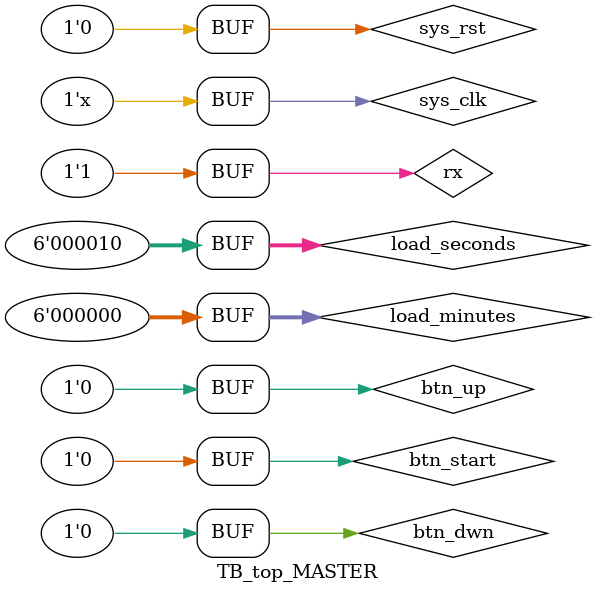
<source format=v>
`timescale 1ns / 1ps

module TB_top_MASTER(
    );
    
reg sys_clk;
reg sys_rst;
reg btn_up;
reg btn_dwn;
reg btn_start;
reg rx;
reg [5:0] load_minutes;
reg [5:0] load_seconds;
wire [7:0] AN;
wire [6:0] display;
wire DP;
wire [15:0] LED;
wire start;
wire idle;
wire Hsynq;
wire Vsynq;
wire [3:0] Red;
wire [3:0] Green;
wire [3:0] Blue;

   
top_MASTER GEN(
    .sys_clk(sys_clk),
    .sys_rst(sys_rst),
    .btn_up(btn_up),
    .btn_dwn(btn_dwn),
    .btn_start(btn_start),
    .rx(rx),
    .load_minutes(load_minutes), 
    .load_seconds(load_seconds),   
    .AN(AN),
    .display(display),
    .DP(DP),    
    .LED(LED),
    .start(start),
    .idle(idle),
    .Hsynq(Hsynq),
    .Vsynq(Vsynq),
    .Red(Red),
    .Green(Green),
    .Blue(Blue)
    );    
    
    
initial begin
sys_clk = 0;
sys_rst = 1;
btn_up = 0;
btn_dwn = 0;
btn_start = 0;
rx = 1;
load_minutes = 6'd0;
load_seconds = 6'd2;
end    
    
always    
    #5 sys_clk = ~sys_clk;
    
initial begin
#5
sys_rst = 0;
#1000000
btn_up = 1;
#30000000
btn_up = 0;
#1000000
btn_up = 1;
#30000000
btn_up = 0;
#1000000
btn_up = 1;
#30000000
btn_up = 0;
#1000000
btn_dwn = 1;
#30000000
btn_dwn = 0;
#1000000
btn_dwn = 1;
#30000000
btn_dwn = 0;
#1000000
btn_dwn = 1;
#30000000
btn_dwn = 0;
#1000000
btn_dwn = 1;
#30000000
btn_dwn = 0;
#1000000
btn_dwn = 1;
#30000000
btn_dwn = 0;
#30000000
btn_start = 1;
#30000000
btn_start = 0;
end    
endmodule

</source>
